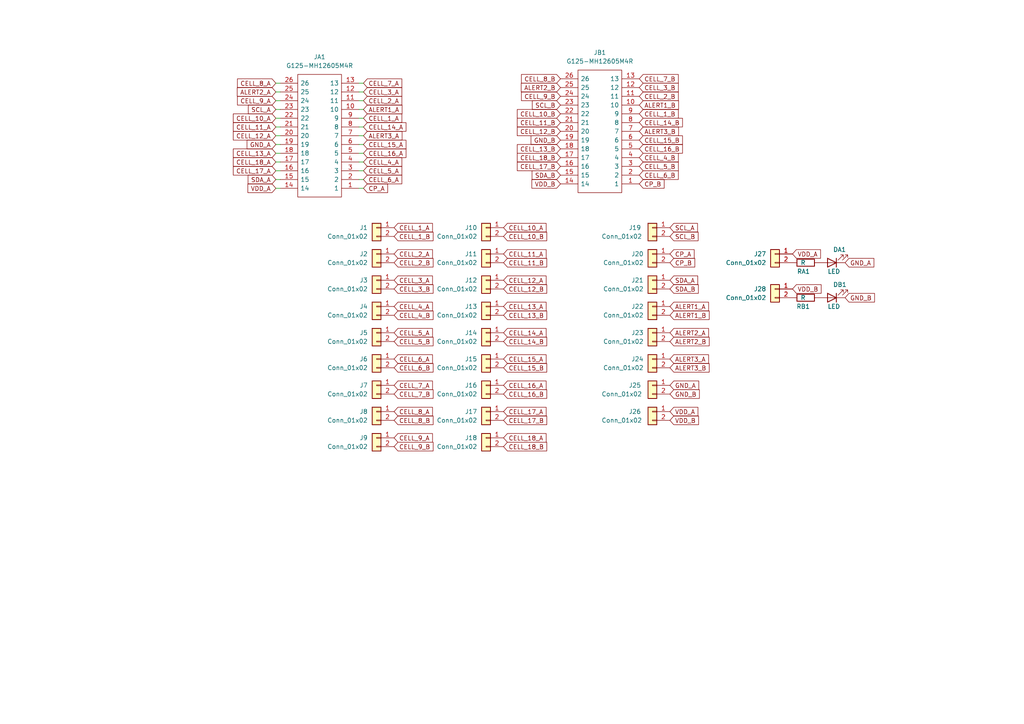
<source format=kicad_sch>
(kicad_sch (version 20211123) (generator eeschema)
  (paper "A4")
  (lib_symbols
    (symbol "1R:G125-MH12605M4R" (pin_names (offset 0.762))
      (property "Reference" "J" (at 19.05 7.62 0))
      (property "Value" "G125-MH12605M4R" (at 19.05 5.08 0))
      (symbol "G125-MH12605M4R_0_0"
        (pin passive line (at 22.86 -30.48 180) (length 5.08) (name "1") (number "1"))
        (pin passive line (at 22.86 -7.62 180) (length 5.08) (name "10") (number "10"))
        (pin passive line (at 22.86 -5.08 180) (length 5.08) (name "11") (number "11"))
        (pin passive line (at 22.86 -2.54 180) (length 5.08) (name "12") (number "12"))
        (pin passive line (at 22.86 0 180) (length 5.08) (name "13") (number "13"))
        (pin passive line (at 0 -30.48 0) (length 5.08) (name "14") (number "14"))
        (pin passive line (at 0 -27.94 0) (length 5.08) (name "15") (number "15"))
        (pin passive line (at 0 -25.4 0) (length 5.08) (name "16") (number "16"))
        (pin passive line (at 0 -22.86 0) (length 5.08) (name "17") (number "17"))
        (pin passive line (at 0 -20.32 0) (length 5.08) (name "18") (number "18"))
        (pin passive line (at 0 -17.78 0) (length 5.08) (name "19") (number "19"))
        (pin passive line (at 22.86 -27.94 180) (length 5.08) (name "2") (number "2"))
        (pin passive line (at 0 -15.24 0) (length 5.08) (name "20") (number "20"))
        (pin passive line (at 0 -12.7 0) (length 5.08) (name "21") (number "21"))
        (pin passive line (at 0 -10.16 0) (length 5.08) (name "22") (number "22"))
        (pin passive line (at 0 -7.62 0) (length 5.08) (name "23") (number "23"))
        (pin passive line (at 0 -5.08 0) (length 5.08) (name "24") (number "24"))
        (pin passive line (at 0 -2.54 0) (length 5.08) (name "25") (number "25"))
        (pin passive line (at 0 0 0) (length 5.08) (name "26") (number "26"))
        (pin passive line (at 22.86 -25.4 180) (length 5.08) (name "3") (number "3"))
        (pin passive line (at 22.86 -22.86 180) (length 5.08) (name "4") (number "4"))
        (pin passive line (at 22.86 -20.32 180) (length 5.08) (name "5") (number "5"))
        (pin passive line (at 22.86 -17.78 180) (length 5.08) (name "6") (number "6"))
        (pin passive line (at 22.86 -15.24 180) (length 5.08) (name "7") (number "7"))
        (pin passive line (at 22.86 -12.7 180) (length 5.08) (name "8") (number "8"))
        (pin passive line (at 22.86 -10.16 180) (length 5.08) (name "9") (number "9"))
      )
      (symbol "G125-MH12605M4R_0_1"
        (polyline (pts (xy 5.08 2.54) (xy 17.78 2.54) (xy 17.78 -33.02) (xy 5.08 -33.02) (xy 5.08 2.54)) (stroke (width 0.1524)))
      )
    )
    (symbol "Connector_Generic:Conn_01x02" (pin_names (offset 1.016) hide)
      (property "Reference" "J" (at 0 2.54 0))
      (property "Value" "Conn_01x02" (at 0 -5.08 0))
      (symbol "Conn_01x02_1_1"
        (rectangle (start -1.27 -2.413) (end 0 -2.667) (stroke (width 0.1524)))
        (rectangle (start -1.27 0.127) (end 0 -0.127) (stroke (width 0.1524)))
        (rectangle (start -1.27 1.27) (end 1.27 -3.81) (stroke (width 0.254)) (fill (type background)))
        (pin passive line (at -5.08 0 0) (length 3.81) (name "Pin_1") (number "1"))
        (pin passive line (at -5.08 -2.54 0) (length 3.81) (name "Pin_2") (number "2"))
      )
    )
    (symbol "Device:LED" (pin_numbers hide) (pin_names (offset 1.016) hide)
      (property "Reference" "D" (at 0 2.54 0))
      (property "Value" "LED" (at 0 -2.54 0))
      (symbol "LED_0_1"
        (polyline (pts (xy -1.27 -1.27) (xy -1.27 1.27)) (stroke (width 0.254)))
        (polyline (pts (xy -1.27 0) (xy 1.27 0)))
        (polyline (pts (xy 1.27 -1.27) (xy 1.27 1.27) (xy -1.27 0) (xy 1.27 -1.27)) (stroke (width 0.254)))
        (polyline (pts (xy -3.048 -0.762) (xy -4.572 -2.286) (xy -3.81 -2.286) (xy -4.572 -2.286) (xy -4.572 -1.524)))
        (polyline (pts (xy -1.778 -0.762) (xy -3.302 -2.286) (xy -2.54 -2.286) (xy -3.302 -2.286) (xy -3.302 -1.524)))
      )
      (symbol "LED_1_1"
        (pin passive line (at -3.81 0 0) (length 2.54) (name "K") (number "1"))
        (pin passive line (at 3.81 0 180) (length 2.54) (name "A") (number "2"))
      )
    )
    (symbol "Device:R" (pin_numbers hide) (pin_names (offset 0))
      (property "Reference" "R" (at 2.032 0 90))
      (property "Value" "R" (at 0 0 90))
      (symbol "R_0_1"
        (rectangle (start -1.016 -2.54) (end 1.016 2.54) (stroke (width 0.254)))
      )
      (symbol "R_1_1"
        (pin passive line (at 0 3.81 270) (length 1.27) (name "~") (number "1"))
        (pin passive line (at 0 -3.81 90) (length 1.27) (name "~") (number "2"))
      )
    )
  )
  (wire (pts (xy 80.01 26.67) (xy 81.28 26.67)))
  (wire (pts (xy 80.01 34.29) (xy 81.28 34.29)))
  (wire (pts (xy 104.14 52.07) (xy 105.41 52.07)))
  (wire (pts (xy 80.01 54.61) (xy 81.28 54.61)))
  (wire (pts (xy 104.14 34.29) (xy 105.41 34.29)))
  (wire (pts (xy 80.01 41.91) (xy 81.28 41.91)))
  (wire (pts (xy 104.14 49.53) (xy 105.41 49.53)))
  (wire (pts (xy 104.14 46.99) (xy 105.41 46.99)))
  (wire (pts (xy 80.01 52.07) (xy 81.28 52.07)))
  (wire (pts (xy 104.14 44.45) (xy 105.41 44.45)))
  (wire (pts (xy 104.14 29.21) (xy 105.41 29.21)))
  (wire (pts (xy 104.14 39.37) (xy 105.41 39.37)))
  (wire (pts (xy 104.14 26.67) (xy 105.41 26.67)))
  (wire (pts (xy 80.01 39.37) (xy 81.28 39.37)))
  (wire (pts (xy 104.14 54.61) (xy 105.41 54.61)))
  (wire (pts (xy 80.01 36.83) (xy 81.28 36.83)))
  (wire (pts (xy 80.01 24.13) (xy 81.28 24.13)))
  (wire (pts (xy 80.01 31.75) (xy 81.28 31.75)))
  (wire (pts (xy 104.14 24.13) (xy 105.41 24.13)))
  (wire (pts (xy 80.01 29.21) (xy 81.28 29.21)))
  (wire (pts (xy 104.14 36.83) (xy 105.41 36.83)))
  (wire (pts (xy 80.01 49.53) (xy 81.28 49.53)))
  (wire (pts (xy 104.14 41.91) (xy 105.41 41.91)))
  (wire (pts (xy 80.01 46.99) (xy 81.28 46.99)))
  (wire (pts (xy 104.14 31.75) (xy 105.41 31.75)))
  (wire (pts (xy 80.01 44.45) (xy 81.28 44.45)))
  (global_label "CELL_5_B" (shape input) (at 185.42 48.26 0) (property "Intersheet References" "${INTERSHEET_REFS}" (effects hide)))
  (global_label "CELL_16_A" (shape input) (at 146.05 111.76 0) (property "Intersheet References" "${INTERSHEET_REFS}" (effects hide)))
  (global_label "VDD_A" (shape input) (at 80.01 54.61 180) (property "Intersheet References" "${INTERSHEET_REFS}" (effects hide)))
  (global_label "GND_B" (shape input) (at 245.11 86.36 0) (property "Intersheet References" "${INTERSHEET_REFS}" (effects hide)))
  (global_label "CELL_8_A" (shape input) (at 114.3 119.38 0) (property "Intersheet References" "${INTERSHEET_REFS}" (effects hide)))
  (global_label "CELL_13_B" (shape input) (at 146.05 91.44 0) (property "Intersheet References" "${INTERSHEET_REFS}" (effects hide)))
  (global_label "CELL_6_A" (shape input) (at 105.41 52.07 0) (property "Intersheet References" "${INTERSHEET_REFS}" (effects hide)))
  (global_label "CELL_6_B" (shape input) (at 114.3 106.68 0) (property "Intersheet References" "${INTERSHEET_REFS}" (effects hide)))
  (global_label "CELL_16_A" (shape input) (at 105.41 44.45 0) (property "Intersheet References" "${INTERSHEET_REFS}" (effects hide)))
  (global_label "CELL_17_A" (shape input) (at 80.01 49.53 180) (property "Intersheet References" "${INTERSHEET_REFS}" (effects hide)))
  (global_label "CELL_8_B" (shape input) (at 162.56 22.86 180) (property "Intersheet References" "${INTERSHEET_REFS}" (effects hide)))
  (global_label "ALERT3_B" (shape input) (at 185.42 38.1 0) (property "Intersheet References" "${INTERSHEET_REFS}" (effects hide)))
  (global_label "CELL_9_B" (shape input) (at 162.56 27.94 180) (property "Intersheet References" "${INTERSHEET_REFS}" (effects hide)))
  (global_label "ALERT1_A" (shape input) (at 194.31 88.9 0) (property "Intersheet References" "${INTERSHEET_REFS}" (effects hide)))
  (global_label "SDA_B" (shape input) (at 162.56 50.8 180) (property "Intersheet References" "${INTERSHEET_REFS}" (effects hide)))
  (global_label "CELL_5_A" (shape input) (at 105.41 49.53 0) (property "Intersheet References" "${INTERSHEET_REFS}" (effects hide)))
  (global_label "CELL_3_B" (shape input) (at 185.42 25.4 0) (property "Intersheet References" "${INTERSHEET_REFS}" (effects hide)))
  (global_label "CELL_13_A" (shape input) (at 80.01 44.45 180) (property "Intersheet References" "${INTERSHEET_REFS}" (effects hide)))
  (global_label "CELL_12_A" (shape input) (at 146.05 81.28 0) (property "Intersheet References" "${INTERSHEET_REFS}" (effects hide)))
  (global_label "CELL_4_A" (shape input) (at 114.3 88.9 0) (property "Intersheet References" "${INTERSHEET_REFS}" (effects hide)))
  (global_label "CELL_4_A" (shape input) (at 105.41 46.99 0) (property "Intersheet References" "${INTERSHEET_REFS}" (effects hide)))
  (global_label "ALERT1_A" (shape input) (at 105.41 31.75 0) (property "Intersheet References" "${INTERSHEET_REFS}" (effects hide)))
  (global_label "ALERT1_B" (shape input) (at 194.31 91.44 0) (property "Intersheet References" "${INTERSHEET_REFS}" (effects hide)))
  (global_label "CELL_2_A" (shape input) (at 114.3 73.66 0) (property "Intersheet References" "${INTERSHEET_REFS}" (effects hide)))
  (global_label "CELL_14_A" (shape input) (at 146.05 96.52 0) (property "Intersheet References" "${INTERSHEET_REFS}" (effects hide)))
  (global_label "CELL_10_B" (shape input) (at 146.05 68.58 0) (property "Intersheet References" "${INTERSHEET_REFS}" (effects hide)))
  (global_label "VDD_B" (shape input) (at 229.87 83.82 0) (property "Intersheet References" "${INTERSHEET_REFS}" (effects hide)))
  (global_label "CELL_1_A" (shape input) (at 114.3 66.04 0) (property "Intersheet References" "${INTERSHEET_REFS}" (effects hide)))
  (global_label "CP_A" (shape input) (at 194.31 73.66 0) (property "Intersheet References" "${INTERSHEET_REFS}" (effects hide)))
  (global_label "GND_A" (shape input) (at 245.11 76.2 0) (property "Intersheet References" "${INTERSHEET_REFS}" (effects hide)))
  (global_label "CELL_15_A" (shape input) (at 105.41 41.91 0) (property "Intersheet References" "${INTERSHEET_REFS}" (effects hide)))
  (global_label "CELL_3_B" (shape input) (at 114.3 83.82 0) (property "Intersheet References" "${INTERSHEET_REFS}" (effects hide)))
  (global_label "CELL_2_A" (shape input) (at 105.41 29.21 0) (property "Intersheet References" "${INTERSHEET_REFS}" (effects hide)))
  (global_label "CELL_4_B" (shape input) (at 185.42 45.72 0) (property "Intersheet References" "${INTERSHEET_REFS}" (effects hide)))
  (global_label "CELL_2_B" (shape input) (at 114.3 76.2 0) (property "Intersheet References" "${INTERSHEET_REFS}" (effects hide)))
  (global_label "CELL_10_A" (shape input) (at 146.05 66.04 0) (property "Intersheet References" "${INTERSHEET_REFS}" (effects hide)))
  (global_label "CELL_11_B" (shape input) (at 162.56 35.56 180) (property "Intersheet References" "${INTERSHEET_REFS}" (effects hide)))
  (global_label "CELL_9_A" (shape input) (at 80.01 29.21 180) (property "Intersheet References" "${INTERSHEET_REFS}" (effects hide)))
  (global_label "CELL_18_A" (shape input) (at 80.01 46.99 180) (property "Intersheet References" "${INTERSHEET_REFS}" (effects hide)))
  (global_label "CP_B" (shape input) (at 194.31 76.2 0) (property "Intersheet References" "${INTERSHEET_REFS}" (effects hide)))
  (global_label "CELL_6_A" (shape input) (at 114.3 104.14 0) (property "Intersheet References" "${INTERSHEET_REFS}" (effects hide)))
  (global_label "CELL_3_A" (shape input) (at 114.3 81.28 0) (property "Intersheet References" "${INTERSHEET_REFS}" (effects hide)))
  (global_label "SCL_B" (shape input) (at 162.56 30.48 180) (property "Intersheet References" "${INTERSHEET_REFS}" (effects hide)))
  (global_label "CELL_16_B" (shape input) (at 185.42 43.18 0) (property "Intersheet References" "${INTERSHEET_REFS}" (effects hide)))
  (global_label "ALERT2_B" (shape input) (at 194.31 99.06 0) (property "Intersheet References" "${INTERSHEET_REFS}" (effects hide)))
  (global_label "GND_A" (shape input) (at 194.31 111.76 0) (property "Intersheet References" "${INTERSHEET_REFS}" (effects hide)))
  (global_label "SDA_A" (shape input) (at 194.31 81.28 0) (property "Intersheet References" "${INTERSHEET_REFS}" (effects hide)))
  (global_label "ALERT2_A" (shape input) (at 194.31 96.52 0) (property "Intersheet References" "${INTERSHEET_REFS}" (effects hide)))
  (global_label "CELL_11_B" (shape input) (at 146.05 76.2 0) (property "Intersheet References" "${INTERSHEET_REFS}" (effects hide)))
  (global_label "CP_A" (shape input) (at 105.41 54.61 0) (property "Intersheet References" "${INTERSHEET_REFS}" (effects hide)))
  (global_label "CELL_18_B" (shape input) (at 162.56 45.72 180) (property "Intersheet References" "${INTERSHEET_REFS}" (effects hide)))
  (global_label "CELL_8_A" (shape input) (at 80.01 24.13 180) (property "Intersheet References" "${INTERSHEET_REFS}" (effects hide)))
  (global_label "ALERT3_A" (shape input) (at 105.41 39.37 0) (property "Intersheet References" "${INTERSHEET_REFS}" (effects hide)))
  (global_label "CELL_1_B" (shape input) (at 185.42 33.02 0) (property "Intersheet References" "${INTERSHEET_REFS}" (effects hide)))
  (global_label "CELL_7_B" (shape input) (at 185.42 22.86 0) (property "Intersheet References" "${INTERSHEET_REFS}" (effects hide)))
  (global_label "SCL_A" (shape input) (at 80.01 31.75 180) (property "Intersheet References" "${INTERSHEET_REFS}" (effects hide)))
  (global_label "CELL_18_A" (shape input) (at 146.05 127 0) (property "Intersheet References" "${INTERSHEET_REFS}" (effects hide)))
  (global_label "CELL_9_B" (shape input) (at 114.3 129.54 0) (property "Intersheet References" "${INTERSHEET_REFS}" (effects hide)))
  (global_label "ALERT3_A" (shape input) (at 194.31 104.14 0) (property "Intersheet References" "${INTERSHEET_REFS}" (effects hide)))
  (global_label "CELL_13_B" (shape input) (at 162.56 43.18 180) (property "Intersheet References" "${INTERSHEET_REFS}" (effects hide)))
  (global_label "CELL_12_B" (shape input) (at 146.05 83.82 0) (property "Intersheet References" "${INTERSHEET_REFS}" (effects hide)))
  (global_label "VDD_B" (shape input) (at 162.56 53.34 180) (property "Intersheet References" "${INTERSHEET_REFS}" (effects hide)))
  (global_label "CELL_5_B" (shape input) (at 114.3 99.06 0) (property "Intersheet References" "${INTERSHEET_REFS}" (effects hide)))
  (global_label "CELL_7_A" (shape input) (at 105.41 24.13 0) (property "Intersheet References" "${INTERSHEET_REFS}" (effects hide)))
  (global_label "SDA_B" (shape input) (at 194.31 83.82 0) (property "Intersheet References" "${INTERSHEET_REFS}" (effects hide)))
  (global_label "CELL_1_A" (shape input) (at 105.41 34.29 0) (property "Intersheet References" "${INTERSHEET_REFS}" (effects hide)))
  (global_label "ALERT2_A" (shape input) (at 80.01 26.67 180) (property "Intersheet References" "${INTERSHEET_REFS}" (effects hide)))
  (global_label "VDD_A" (shape input) (at 229.87 73.66 0) (property "Intersheet References" "${INTERSHEET_REFS}" (effects hide)))
  (global_label "CELL_15_B" (shape input) (at 146.05 106.68 0) (property "Intersheet References" "${INTERSHEET_REFS}" (effects hide)))
  (global_label "CELL_12_B" (shape input) (at 162.56 38.1 180) (property "Intersheet References" "${INTERSHEET_REFS}" (effects hide)))
  (global_label "CELL_7_A" (shape input) (at 114.3 111.76 0) (property "Intersheet References" "${INTERSHEET_REFS}" (effects hide)))
  (global_label "CELL_6_B" (shape input) (at 185.42 50.8 0) (property "Intersheet References" "${INTERSHEET_REFS}" (effects hide)))
  (global_label "CELL_7_B" (shape input) (at 114.3 114.3 0) (property "Intersheet References" "${INTERSHEET_REFS}" (effects hide)))
  (global_label "CELL_15_A" (shape input) (at 146.05 104.14 0) (property "Intersheet References" "${INTERSHEET_REFS}" (effects hide)))
  (global_label "CELL_9_A" (shape input) (at 114.3 127 0) (property "Intersheet References" "${INTERSHEET_REFS}" (effects hide)))
  (global_label "CELL_14_B" (shape input) (at 185.42 35.56 0) (property "Intersheet References" "${INTERSHEET_REFS}" (effects hide)))
  (global_label "VDD_A" (shape input) (at 194.31 119.38 0) (property "Intersheet References" "${INTERSHEET_REFS}" (effects hide)))
  (global_label "ALERT3_B" (shape input) (at 194.31 106.68 0) (property "Intersheet References" "${INTERSHEET_REFS}" (effects hide)))
  (global_label "VDD_B" (shape input) (at 194.31 121.92 0) (property "Intersheet References" "${INTERSHEET_REFS}" (effects hide)))
  (global_label "CELL_10_A" (shape input) (at 80.01 34.29 180) (property "Intersheet References" "${INTERSHEET_REFS}" (effects hide)))
  (global_label "CELL_3_A" (shape input) (at 105.41 26.67 0) (property "Intersheet References" "${INTERSHEET_REFS}" (effects hide)))
  (global_label "ALERT1_B" (shape input) (at 185.42 30.48 0) (property "Intersheet References" "${INTERSHEET_REFS}" (effects hide)))
  (global_label "GND_B" (shape input) (at 194.31 114.3 0) (property "Intersheet References" "${INTERSHEET_REFS}" (effects hide)))
  (global_label "GND_A" (shape input) (at 80.01 41.91 180) (property "Intersheet References" "${INTERSHEET_REFS}" (effects hide)))
  (global_label "CELL_4_B" (shape input) (at 114.3 91.44 0) (property "Intersheet References" "${INTERSHEET_REFS}" (effects hide)))
  (global_label "SCL_A" (shape input) (at 194.31 66.04 0) (property "Intersheet References" "${INTERSHEET_REFS}" (effects hide)))
  (global_label "SCL_B" (shape input) (at 194.31 68.58 0) (property "Intersheet References" "${INTERSHEET_REFS}" (effects hide)))
  (global_label "CELL_16_B" (shape input) (at 146.05 114.3 0) (property "Intersheet References" "${INTERSHEET_REFS}" (effects hide)))
  (global_label "CELL_17_B" (shape input) (at 162.56 48.26 180) (property "Intersheet References" "${INTERSHEET_REFS}" (effects hide)))
  (global_label "CELL_11_A" (shape input) (at 80.01 36.83 180) (property "Intersheet References" "${INTERSHEET_REFS}" (effects hide)))
  (global_label "CELL_14_A" (shape input) (at 105.41 36.83 0) (property "Intersheet References" "${INTERSHEET_REFS}" (effects hide)))
  (global_label "ALERT2_B" (shape input) (at 162.56 25.4 180) (property "Intersheet References" "${INTERSHEET_REFS}" (effects hide)))
  (global_label "CELL_14_B" (shape input) (at 146.05 99.06 0) (property "Intersheet References" "${INTERSHEET_REFS}" (effects hide)))
  (global_label "CP_B" (shape input) (at 185.42 53.34 0) (property "Intersheet References" "${INTERSHEET_REFS}" (effects hide)))
  (global_label "GND_B" (shape input) (at 162.56 40.64 180) (property "Intersheet References" "${INTERSHEET_REFS}" (effects hide)))
  (global_label "CELL_5_A" (shape input) (at 114.3 96.52 0) (property "Intersheet References" "${INTERSHEET_REFS}" (effects hide)))
  (global_label "CELL_15_B" (shape input) (at 185.42 40.64 0) (property "Intersheet References" "${INTERSHEET_REFS}" (effects hide)))
  (global_label "CELL_18_B" (shape input) (at 146.05 129.54 0) (property "Intersheet References" "${INTERSHEET_REFS}" (effects hide)))
  (global_label "CELL_2_B" (shape input) (at 185.42 27.94 0) (property "Intersheet References" "${INTERSHEET_REFS}" (effects hide)))
  (global_label "CELL_17_B" (shape input) (at 146.05 121.92 0) (property "Intersheet References" "${INTERSHEET_REFS}" (effects hide)))
  (global_label "SDA_A" (shape input) (at 80.01 52.07 180) (property "Intersheet References" "${INTERSHEET_REFS}" (effects hide)))
  (global_label "CELL_12_A" (shape input) (at 80.01 39.37 180) (property "Intersheet References" "${INTERSHEET_REFS}" (effects hide)))
  (global_label "CELL_1_B" (shape input) (at 114.3 68.58 0) (property "Intersheet References" "${INTERSHEET_REFS}" (effects hide)))
  (global_label "CELL_8_B" (shape input) (at 114.3 121.92 0) (property "Intersheet References" "${INTERSHEET_REFS}" (effects hide)))
  (global_label "CELL_10_B" (shape input) (at 162.56 33.02 180) (property "Intersheet References" "${INTERSHEET_REFS}" (effects hide)))
  (global_label "CELL_17_A" (shape input) (at 146.05 119.38 0) (property "Intersheet References" "${INTERSHEET_REFS}" (effects hide)))
  (global_label "CELL_13_A" (shape input) (at 146.05 88.9 0) (property "Intersheet References" "${INTERSHEET_REFS}" (effects hide)))
  (global_label "CELL_11_A" (shape input) (at 146.05 73.66 0) (property "Intersheet References" "${INTERSHEET_REFS}" (effects hide)))
  (symbol (lib_id "Device:R") (at 233.68 86.36 90) (unit 1)
    (property "Reference" "RB1" (at 234.95 88.9 90) (effects (justify left)))
    (property "Value" "R" (at 233.68 86.36 90) (effects (justify left)))
    (property "Footprint" "Resistor_SMD:R_0603_1608Metric" (effects hide))
  )
  (symbol (lib_id "Connector_Generic:Conn_01x02") (at 189.23 111.76 0) (mirror y) (unit 1)
    (property "Reference" "J25" (at 184.15 111.76 0))
    (property "Value" "Conn_01x02" (at 180.34 114.3 0))
    (property "Footprint" "Connector_PinHeader_2.54mm:PinHeader_1x02_P2.54mm_Vertical" (effects hide))
  )
  (symbol (lib_id "Connector_Generic:Conn_01x02") (at 140.97 88.9 0) (mirror y) (unit 1)
    (property "Reference" "J13" (at 138.43 88.8999 0) (effects (justify left)))
    (property "Value" "Conn_01x02" (at 138.43 91.4399 0) (effects (justify left)))
    (property "Footprint" "Connector_PinHeader_2.54mm:PinHeader_1x02_P2.54mm_Vertical" (effects hide))
  )
  (symbol (lib_id "Connector_Generic:Conn_01x02") (at 189.23 96.52 0) (mirror y) (unit 1)
    (property "Reference" "J23" (at 186.69 96.5199 0) (effects (justify left)))
    (property "Value" "Conn_01x02" (at 186.69 99.0599 0) (effects (justify left)))
    (property "Footprint" "Connector_PinHeader_2.54mm:PinHeader_1x02_P2.54mm_Vertical" (effects hide))
  )
  (symbol (lib_id "Connector_Generic:Conn_01x02") (at 140.97 81.28 0) (mirror y) (unit 1)
    (property "Reference" "J12" (at 138.43 81.2799 0) (effects (justify left)))
    (property "Value" "Conn_01x02" (at 138.43 83.8199 0) (effects (justify left)))
    (property "Footprint" "Connector_PinHeader_2.54mm:PinHeader_1x02_P2.54mm_Vertical" (effects hide))
  )
  (symbol (lib_id "Connector_Generic:Conn_01x02") (at 140.97 111.76 0) (mirror y) (unit 1)
    (property "Reference" "J16" (at 138.43 111.7599 0) (effects (justify left)))
    (property "Value" "Conn_01x02" (at 138.43 114.2999 0) (effects (justify left)))
    (property "Footprint" "Connector_PinHeader_2.54mm:PinHeader_1x02_P2.54mm_Vertical" (effects hide))
  )
  (symbol (lib_id "Connector_Generic:Conn_01x02") (at 109.22 73.66 0) (mirror y) (unit 1)
    (property "Reference" "J2" (at 106.68 73.6599 0) (effects (justify left)))
    (property "Value" "Conn_01x02" (at 106.68 76.1999 0) (effects (justify left)))
    (property "Footprint" "Connector_PinHeader_2.54mm:PinHeader_1x02_P2.54mm_Vertical" (effects hide))
  )
  (symbol (lib_id "Connector_Generic:Conn_01x02") (at 140.97 96.52 0) (mirror y) (unit 1)
    (property "Reference" "J14" (at 138.43 96.5199 0) (effects (justify left)))
    (property "Value" "Conn_01x02" (at 138.43 99.0599 0) (effects (justify left)))
    (property "Footprint" "Connector_PinHeader_2.54mm:PinHeader_1x02_P2.54mm_Vertical" (effects hide))
  )
  (symbol (lib_id "Device:LED") (at 241.3 86.36 180) (unit 1)
    (property "Reference" "DB1" (at 241.6174 82.55 0) (effects (justify right)))
    (property "Value" "LED" (at 240.03 88.9 0) (effects (justify right)))
    (property "Footprint" "LED_SMD:LED_0805_2012Metric" (effects hide))
  )
  (symbol (lib_id "Device:LED") (at 241.3 76.2 180) (unit 1)
    (property "Reference" "DA1" (at 241.6174 72.39 0) (effects (justify right)))
    (property "Value" "LED" (at 240.03 78.74 0) (effects (justify right)))
    (property "Footprint" "LED_SMD:LED_0805_2012Metric" (effects hide))
  )
  (symbol (lib_id "Connector_Generic:Conn_01x02") (at 224.79 83.82 0) (mirror y) (unit 1)
    (property "Reference" "J28" (at 222.25 83.8199 0) (effects (justify left)))
    (property "Value" "Conn_01x02" (at 222.25 86.3599 0) (effects (justify left)))
    (property "Footprint" "Connector_PinHeader_2.54mm:PinHeader_1x02_P2.54mm_Vertical" (effects hide))
  )
  (symbol (lib_id "Connector_Generic:Conn_01x02") (at 109.22 88.9 0) (mirror y) (unit 1)
    (property "Reference" "J4" (at 106.68 88.8999 0) (effects (justify left)))
    (property "Value" "Conn_01x02" (at 106.68 91.4399 0) (effects (justify left)))
    (property "Footprint" "Connector_PinHeader_2.54mm:PinHeader_1x02_P2.54mm_Vertical" (effects hide))
  )
  (symbol (lib_id "Connector_Generic:Conn_01x02") (at 140.97 66.04 0) (mirror y) (unit 1)
    (property "Reference" "J10" (at 138.43 66.0399 0) (effects (justify left)))
    (property "Value" "Conn_01x02" (at 138.43 68.5799 0) (effects (justify left)))
    (property "Footprint" "Connector_PinHeader_2.54mm:PinHeader_1x02_P2.54mm_Vertical" (effects hide))
  )
  (symbol (lib_id "Connector_Generic:Conn_01x02") (at 189.23 104.14 0) (mirror y) (unit 1)
    (property "Reference" "J24" (at 186.69 104.1399 0) (effects (justify left)))
    (property "Value" "Conn_01x02" (at 186.69 106.6799 0) (effects (justify left)))
    (property "Footprint" "Connector_PinHeader_2.54mm:PinHeader_1x02_P2.54mm_Vertical" (effects hide))
  )
  (symbol (lib_id "Connector_Generic:Conn_01x02") (at 109.22 96.52 0) (mirror y) (unit 1)
    (property "Reference" "J5" (at 106.68 96.5199 0) (effects (justify left)))
    (property "Value" "Conn_01x02" (at 106.68 99.0599 0) (effects (justify left)))
    (property "Footprint" "Connector_PinHeader_2.54mm:PinHeader_1x02_P2.54mm_Vertical" (effects hide))
  )
  (symbol (lib_id "Device:R") (at 233.68 76.2 90) (unit 1)
    (property "Reference" "RA1" (at 234.95 78.74 90) (effects (justify left)))
    (property "Value" "R" (at 233.68 76.2 90) (effects (justify left)))
    (property "Footprint" "Resistor_SMD:R_0603_1608Metric" (effects hide))
  )
  (symbol (lib_id "Connector_Generic:Conn_01x02") (at 189.23 73.66 0) (mirror y) (unit 1)
    (property "Reference" "J20" (at 186.69 73.6599 0) (effects (justify left)))
    (property "Value" "Conn_01x02" (at 186.69 76.1999 0) (effects (justify left)))
    (property "Footprint" "Connector_PinHeader_2.54mm:PinHeader_1x02_P2.54mm_Vertical" (effects hide))
  )
  (symbol (lib_id "Connector_Generic:Conn_01x02") (at 109.22 66.04 0) (mirror y) (unit 1)
    (property "Reference" "J1" (at 106.68 66.0399 0) (effects (justify left)))
    (property "Value" "Conn_01x02" (at 106.68 68.5799 0) (effects (justify left)))
    (property "Footprint" "Connector_PinHeader_2.54mm:PinHeader_1x02_P2.54mm_Vertical" (effects hide))
  )
  (symbol (lib_id "Connector_Generic:Conn_01x02") (at 224.79 73.66 0) (mirror y) (unit 1)
    (property "Reference" "J27" (at 222.25 73.6599 0) (effects (justify left)))
    (property "Value" "Conn_01x02" (at 222.25 76.1999 0) (effects (justify left)))
    (property "Footprint" "Connector_PinHeader_2.54mm:PinHeader_1x02_P2.54mm_Vertical" (effects hide))
  )
  (symbol (lib_id "Connector_Generic:Conn_01x02") (at 109.22 111.76 0) (mirror y) (unit 1)
    (property "Reference" "J7" (at 106.68 111.7599 0) (effects (justify left)))
    (property "Value" "Conn_01x02" (at 106.68 114.2999 0) (effects (justify left)))
    (property "Footprint" "Connector_PinHeader_2.54mm:PinHeader_1x02_P2.54mm_Vertical" (effects hide))
  )
  (symbol (lib_id "Connector_Generic:Conn_01x02") (at 189.23 66.04 0) (mirror y) (unit 1)
    (property "Reference" "J19" (at 184.15 66.04 0))
    (property "Value" "Conn_01x02" (at 180.34 68.58 0))
    (property "Footprint" "Connector_PinHeader_2.54mm:PinHeader_1x02_P2.54mm_Vertical" (effects hide))
  )
  (symbol (lib_id "Connector_Generic:Conn_01x02") (at 140.97 104.14 0) (mirror y) (unit 1)
    (property "Reference" "J15" (at 138.43 104.1399 0) (effects (justify left)))
    (property "Value" "Conn_01x02" (at 138.43 106.6799 0) (effects (justify left)))
    (property "Footprint" "Connector_PinHeader_2.54mm:PinHeader_1x02_P2.54mm_Vertical" (effects hide))
  )
  (symbol (lib_id "Connector_Generic:Conn_01x02") (at 140.97 127 0) (mirror y) (unit 1)
    (property "Reference" "J18" (at 138.43 126.9999 0) (effects (justify left)))
    (property "Value" "Conn_01x02" (at 138.43 129.5399 0) (effects (justify left)))
    (property "Footprint" "Connector_PinHeader_2.54mm:PinHeader_1x02_P2.54mm_Vertical" (effects hide))
  )
  (symbol (lib_id "Connector_Generic:Conn_01x02") (at 189.23 88.9 0) (mirror y) (unit 1)
    (property "Reference" "J22" (at 186.69 88.8999 0) (effects (justify left)))
    (property "Value" "Conn_01x02" (at 186.69 91.4399 0) (effects (justify left)))
    (property "Footprint" "Connector_PinHeader_2.54mm:PinHeader_1x02_P2.54mm_Vertical" (effects hide))
  )
  (symbol (lib_id "Connector_Generic:Conn_01x02") (at 140.97 73.66 0) (mirror y) (unit 1)
    (property "Reference" "J11" (at 138.43 73.6599 0) (effects (justify left)))
    (property "Value" "Conn_01x02" (at 138.43 76.1999 0) (effects (justify left)))
    (property "Footprint" "Connector_PinHeader_2.54mm:PinHeader_1x02_P2.54mm_Vertical" (effects hide))
  )
  (symbol (lib_id "Connector_Generic:Conn_01x02") (at 109.22 104.14 0) (mirror y) (unit 1)
    (property "Reference" "J6" (at 106.68 104.1399 0) (effects (justify left)))
    (property "Value" "Conn_01x02" (at 106.68 106.6799 0) (effects (justify left)))
    (property "Footprint" "Connector_PinHeader_2.54mm:PinHeader_1x02_P2.54mm_Vertical" (effects hide))
  )
  (symbol (lib_id "Connector_Generic:Conn_01x02") (at 189.23 81.28 0) (mirror y) (unit 1)
    (property "Reference" "J21" (at 186.69 81.2799 0) (effects (justify left)))
    (property "Value" "Conn_01x02" (at 186.69 83.8199 0) (effects (justify left)))
    (property "Footprint" "Connector_PinHeader_2.54mm:PinHeader_1x02_P2.54mm_Vertical" (effects hide))
  )
  (symbol (lib_id "Connector_Generic:Conn_01x02") (at 109.22 81.28 0) (mirror y) (unit 1)
    (property "Reference" "J3" (at 106.68 81.2799 0) (effects (justify left)))
    (property "Value" "Conn_01x02" (at 106.68 83.8199 0) (effects (justify left)))
    (property "Footprint" "Connector_PinHeader_2.54mm:PinHeader_1x02_P2.54mm_Vertical" (effects hide))
  )
  (symbol (lib_id "Connector_Generic:Conn_01x02") (at 109.22 127 0) (mirror y) (unit 1)
    (property "Reference" "J9" (at 106.68 126.9999 0) (effects (justify left)))
    (property "Value" "Conn_01x02" (at 106.68 129.5399 0) (effects (justify left)))
    (property "Footprint" "Connector_PinHeader_2.54mm:PinHeader_1x02_P2.54mm_Vertical" (effects hide))
  )
  (symbol (lib_id "Connector_Generic:Conn_01x02") (at 109.22 119.38 0) (mirror y) (unit 1)
    (property "Reference" "J8" (at 106.68 119.3799 0) (effects (justify left)))
    (property "Value" "Conn_01x02" (at 106.68 121.9199 0) (effects (justify left)))
    (property "Footprint" "Connector_PinHeader_2.54mm:PinHeader_1x02_P2.54mm_Vertical" (effects hide))
  )
  (symbol (lib_id "Connector_Generic:Conn_01x02") (at 140.97 119.38 0) (mirror y) (unit 1)
    (property "Reference" "J17" (at 138.43 119.3799 0) (effects (justify left)))
    (property "Value" "Conn_01x02" (at 138.43 121.9199 0) (effects (justify left)))
    (property "Footprint" "Connector_PinHeader_2.54mm:PinHeader_1x02_P2.54mm_Vertical" (effects hide))
  )
  (symbol (lib_id "1R:G125-MH12605M4R") (at 162.56 22.86 0) (unit 1)
    (property "Reference" "JB1" (at 173.99 15.24 0))
    (property "Value" "G125-MH12605M4R" (at 173.99 17.78 0))
    (property "Footprint" "1P:G125-MV12605M1P" (effects hide))
    (property "Datasheet" "https://cdn.harwin.com/pdfs/G125-MH1XX05M4R.pdf" (effects hide))
    (property "Description" "Gecko Screw-Lok DIL Male Horizontal Throughboard Connector, internally threaded screw fixings with board mount capability, gold, pick &amp; place (Tape &amp; Reel packing), 26 contacts" (effects hide))
    (property "Height" "5.3" (effects hide))
    (property "Manufacturer_Name" "Harwin" (effects hide))
    (property "Manufacturer_Part_Number" "G125-MH12605M4R" (effects hide))
    (property "Mouser Part Number" "855-G125MH1265M4RM4R" (effects hide))
    (property "Mouser Price/Stock" "https://www.mouser.co.uk/ProductDetail/Harwin/G125-MH12605M4R?qs=vHuUswq2%252BsyH7SZgyn76GA%3D%3D" (effects hide))
  )
  (symbol (lib_id "1R:G125-MH12605M4R") (at 81.28 24.13 0) (unit 1)
    (property "Reference" "JA1" (at 92.71 16.51 0))
    (property "Value" "G125-MH12605M4R" (at 92.71 19.05 0))
    (property "Footprint" "1P:G125-MV12605M1P" (effects hide))
    (property "Datasheet" "https://cdn.harwin.com/pdfs/G125-MH1XX05M4R.pdf" (effects hide))
    (property "Description" "Gecko Screw-Lok DIL Male Horizontal Throughboard Connector, internally threaded screw fixings with board mount capability, gold, pick &amp; place (Tape &amp; Reel packing), 26 contacts" (effects hide))
    (property "Height" "5.3" (effects hide))
    (property "Manufacturer_Name" "Harwin" (effects hide))
    (property "Manufacturer_Part_Number" "G125-MH12605M4R" (effects hide))
    (property "Mouser Part Number" "855-G125MH1265M4RM4R" (effects hide))
    (property "Mouser Price/Stock" "https://www.mouser.co.uk/ProductDetail/Harwin/G125-MH12605M4R?qs=vHuUswq2%252BsyH7SZgyn76GA%3D%3D" (effects hide))
  )
  (symbol (lib_id "Connector_Generic:Conn_01x02") (at 189.23 119.38 0) (mirror y) (unit 1)
    (property "Reference" "J26" (at 184.15 119.38 0))
    (property "Value" "Conn_01x02" (at 180.34 121.92 0))
    (property "Footprint" "Connector_PinHeader_2.54mm:PinHeader_1x02_P2.54mm_Vertical" (effects hide))
  )
)
</source>
